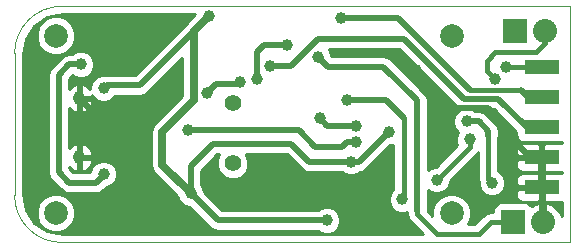
<source format=gbr>
G04 #@! TF.FileFunction,Copper,L2,Bot,Signal*
%FSLAX46Y46*%
G04 Gerber Fmt 4.6, Leading zero omitted, Abs format (unit mm)*
G04 Created by KiCad (PCBNEW (2015-01-16 BZR 5376)-product) date 9/24/2015 9:19:19 AM*
%MOMM*%
G01*
G04 APERTURE LIST*
%ADD10C,0.100000*%
%ADD11R,2.032000X2.032000*%
%ADD12O,2.032000X2.032000*%
%ADD13O,0.950000X1.250000*%
%ADD14C,2.000000*%
%ADD15R,3.000000X1.200000*%
%ADD16C,1.422400*%
%ADD17C,1.000000*%
%ADD18C,0.508000*%
%ADD19C,0.635000*%
%ADD20C,0.381000*%
%ADD21C,0.457200*%
%ADD22C,0.254000*%
G04 APERTURE END LIST*
D10*
X110000000Y-86000000D02*
X153000000Y-86000000D01*
X106000000Y-90000000D02*
X106000000Y-102000000D01*
X110000000Y-106000000D02*
X153000000Y-106000000D01*
X106000000Y-102000000D02*
G75*
G03X110000000Y-106000000I4000000J0D01*
G01*
X110000000Y-86000000D02*
G75*
G03X106000000Y-90000000I0J-4000000D01*
G01*
X153000000Y-106000000D02*
X153000000Y-86000000D01*
D11*
X148336000Y-88138000D03*
D12*
X150876000Y-88138000D03*
D11*
X148209000Y-104267000D03*
D12*
X150749000Y-104267000D03*
D13*
X111500000Y-93800000D03*
X111500000Y-98800000D03*
D14*
X143000000Y-88500000D03*
X143000000Y-103500000D03*
X109500000Y-103500000D03*
X109500000Y-88500000D03*
D15*
X150622000Y-91186000D03*
X150622000Y-93726000D03*
X150622000Y-96266000D03*
X150622000Y-98806000D03*
X150622000Y-101346000D03*
D16*
X124460000Y-94234000D03*
X124460000Y-99314000D03*
D17*
X119761000Y-93091000D03*
X128524000Y-99060000D03*
X125984000Y-102235000D03*
X139954000Y-91440000D03*
X113538000Y-92964000D03*
X122428000Y-86868000D03*
X120904000Y-101854000D03*
X134493000Y-99187000D03*
X132461000Y-104140000D03*
X137668000Y-96647000D03*
X147574000Y-91186000D03*
X111633000Y-90932000D03*
X113538000Y-100203000D03*
X134112000Y-93980000D03*
X138811000Y-102362000D03*
X120650000Y-96520000D03*
X134874000Y-97536000D03*
X122301000Y-93345000D03*
X125095000Y-92456000D03*
X131826000Y-95504000D03*
X134874000Y-96139000D03*
X141732000Y-100711000D03*
X144526000Y-97282000D03*
X146685000Y-92202000D03*
X146431000Y-100965000D03*
X144272000Y-95758000D03*
X131699000Y-90297000D03*
X127635000Y-91059000D03*
X129032000Y-89281000D03*
X126492000Y-92202000D03*
X133604000Y-86995000D03*
D18*
X119761000Y-93091000D02*
X118237000Y-94615000D01*
X118237000Y-94615000D02*
X112315000Y-94615000D01*
X112315000Y-94615000D02*
X111500000Y-93800000D01*
D19*
X150622000Y-98806000D02*
X150622000Y-101346000D01*
D18*
X128524000Y-99060000D02*
X125984000Y-101600000D01*
X125984000Y-101600000D02*
X125984000Y-102235000D01*
X150622000Y-98806000D02*
X149606000Y-98806000D01*
X141859000Y-93345000D02*
X139954000Y-91440000D01*
X147574000Y-96774000D02*
X147574000Y-96139000D01*
X147574000Y-96139000D02*
X146050000Y-94615000D01*
X146050000Y-94615000D02*
X143129000Y-94615000D01*
X143129000Y-94615000D02*
X141859000Y-93345000D01*
X149606000Y-98806000D02*
X147574000Y-96774000D01*
X150622000Y-104140000D02*
X150749000Y-104267000D01*
X150622000Y-101346000D02*
X150622000Y-104140000D01*
X150749000Y-101473000D02*
X150622000Y-101346000D01*
X150749000Y-104267000D02*
X150749000Y-101473000D01*
X113792000Y-92710000D02*
X113538000Y-92964000D01*
X116586000Y-92710000D02*
X114681000Y-92710000D01*
X122428000Y-86868000D02*
X116586000Y-92710000D01*
X114681000Y-92710000D02*
X113792000Y-92710000D01*
D19*
X121158000Y-93980000D02*
X121158000Y-88138000D01*
X118491000Y-96647000D02*
X121158000Y-93980000D01*
X118491000Y-99441000D02*
X118491000Y-96647000D01*
X120904000Y-101854000D02*
X118491000Y-99441000D01*
X121158000Y-88138000D02*
X122428000Y-86868000D01*
D18*
X120904000Y-99568000D02*
X120904000Y-101854000D01*
X122809000Y-97663000D02*
X120904000Y-99568000D01*
X129286000Y-97663000D02*
X122809000Y-97663000D01*
X130937000Y-99187000D02*
X129413000Y-97663000D01*
X129413000Y-97663000D02*
X129286000Y-97663000D01*
X134493000Y-99187000D02*
X130937000Y-99187000D01*
X134493000Y-99187000D02*
X135128000Y-99187000D01*
X135128000Y-99187000D02*
X137668000Y-96647000D01*
X123190000Y-104140000D02*
X120904000Y-101854000D01*
X132461000Y-104140000D02*
X123190000Y-104140000D01*
D20*
X150622000Y-91186000D02*
X147574000Y-91186000D01*
D18*
X111633000Y-90932000D02*
X110617000Y-90932000D01*
X113538000Y-100203000D02*
X113538000Y-100330000D01*
X109728000Y-91821000D02*
X110617000Y-90932000D01*
X109728000Y-100076000D02*
X109728000Y-91821000D01*
X110617000Y-100965000D02*
X109728000Y-100076000D01*
X112903000Y-100965000D02*
X110617000Y-100965000D01*
X113538000Y-100330000D02*
X112903000Y-100965000D01*
D21*
X138938000Y-95504000D02*
X138938000Y-102235000D01*
D18*
X134112000Y-93980000D02*
X137414000Y-93980000D01*
X137414000Y-93980000D02*
X138938000Y-95504000D01*
D21*
X138938000Y-102235000D02*
X138811000Y-102362000D01*
D18*
X130048000Y-96520000D02*
X120650000Y-96520000D01*
X134112000Y-97536000D02*
X133731000Y-97917000D01*
X133731000Y-97917000D02*
X131445000Y-97917000D01*
X131445000Y-97917000D02*
X130048000Y-96520000D01*
X134874000Y-97536000D02*
X134112000Y-97536000D01*
D21*
X122301000Y-93345000D02*
X123063000Y-92583000D01*
D18*
X123063000Y-92583000D02*
X122301000Y-93345000D01*
X124968000Y-92583000D02*
X123063000Y-92583000D01*
X125095000Y-92456000D02*
X124968000Y-92583000D01*
X132461000Y-96139000D02*
X131826000Y-95504000D01*
X134874000Y-96139000D02*
X132461000Y-96139000D01*
D21*
X144526000Y-97917000D02*
X144526000Y-97282000D01*
X141732000Y-100711000D02*
X144526000Y-97917000D01*
D20*
X150114000Y-89916000D02*
X146685000Y-89916000D01*
X145986500Y-90614500D02*
X146685000Y-89916000D01*
X150876000Y-89154000D02*
X150114000Y-89916000D01*
X150876000Y-88138000D02*
X150876000Y-89154000D01*
X145986500Y-91186000D02*
X145986500Y-90614500D01*
X145986500Y-91376500D02*
X145986500Y-91186000D01*
X146685000Y-92202000D02*
X145986500Y-91503500D01*
X145986500Y-91503500D02*
X145986500Y-91249500D01*
D21*
X146113500Y-100647500D02*
X146113500Y-97091500D01*
X146431000Y-100965000D02*
X146113500Y-100647500D01*
D18*
X146113500Y-96583500D02*
X145288000Y-95758000D01*
X145288000Y-95758000D02*
X144272000Y-95758000D01*
X146113500Y-97028000D02*
X146113500Y-96583500D01*
D20*
X140081000Y-103251000D02*
X140081000Y-103632000D01*
X146304000Y-104267000D02*
X148209000Y-104267000D01*
X145288000Y-105283000D02*
X146304000Y-104267000D01*
X141732000Y-105283000D02*
X145288000Y-105283000D01*
X140081000Y-103632000D02*
X141732000Y-105283000D01*
D18*
X131699000Y-90297000D02*
X132518686Y-91116686D01*
X132518686Y-91116686D02*
X137217686Y-91116686D01*
X137217686Y-91116686D02*
X140081000Y-93980000D01*
X147701000Y-103759000D02*
X148209000Y-104267000D01*
X140081000Y-93980000D02*
X140081000Y-103251000D01*
X140081000Y-103251000D02*
X140081000Y-103378000D01*
X146939000Y-93853000D02*
X144018000Y-93853000D01*
X144018000Y-93853000D02*
X142875000Y-92710000D01*
X149352000Y-96266000D02*
X150622000Y-96266000D01*
X146939000Y-93853000D02*
X149352000Y-96266000D01*
X138938000Y-88773000D02*
X142875000Y-92710000D01*
X131699000Y-88773000D02*
X138938000Y-88773000D01*
X129413000Y-91059000D02*
X131699000Y-88773000D01*
X127635000Y-91059000D02*
X129413000Y-91059000D01*
X126492000Y-89916000D02*
X127127000Y-89281000D01*
X127127000Y-89281000D02*
X129032000Y-89281000D01*
X126492000Y-92202000D02*
X126492000Y-89916000D01*
X150622000Y-93726000D02*
X149479000Y-93726000D01*
X148844000Y-93091000D02*
X149479000Y-93726000D01*
X144526000Y-93091000D02*
X138430000Y-86995000D01*
X138430000Y-86995000D02*
X133604000Y-86995000D01*
D20*
X144526000Y-93091000D02*
X148844000Y-93091000D01*
D22*
G36*
X140596566Y-105315000D02*
X114673197Y-105315000D01*
X114673197Y-99978225D01*
X114500767Y-99560914D01*
X114181765Y-99241355D01*
X113764756Y-99068197D01*
X113313225Y-99067803D01*
X112895914Y-99240233D01*
X112601229Y-99534404D01*
X112601229Y-99101131D01*
X112601229Y-98498869D01*
X112601229Y-94101131D01*
X112452563Y-93927000D01*
X111627000Y-93927000D01*
X111627000Y-94892734D01*
X111797938Y-95019268D01*
X112171821Y-94835552D01*
X112459568Y-94511049D01*
X112601229Y-94101131D01*
X112601229Y-98498869D01*
X112459568Y-98088951D01*
X112171821Y-97764448D01*
X111797938Y-97580732D01*
X111627000Y-97707266D01*
X111627000Y-98673000D01*
X112452563Y-98673000D01*
X112601229Y-98498869D01*
X112601229Y-99101131D01*
X112452563Y-98927000D01*
X111627000Y-98927000D01*
X111627000Y-99892734D01*
X111797938Y-100019268D01*
X112171821Y-99835552D01*
X112459568Y-99511049D01*
X112601229Y-99101131D01*
X112601229Y-99534404D01*
X112576355Y-99559235D01*
X112403197Y-99976244D01*
X112403109Y-100076000D01*
X110985236Y-100076000D01*
X110617000Y-99707764D01*
X110617000Y-99597397D01*
X110828179Y-99835552D01*
X111202062Y-100019268D01*
X111373000Y-99892734D01*
X111373000Y-98927000D01*
X111353000Y-98927000D01*
X111353000Y-98673000D01*
X111373000Y-98673000D01*
X111373000Y-97707266D01*
X111202062Y-97580732D01*
X110828179Y-97764448D01*
X110617000Y-98002602D01*
X110617000Y-94597397D01*
X110828179Y-94835552D01*
X111202062Y-95019268D01*
X111373000Y-94892734D01*
X111373000Y-93927000D01*
X111353000Y-93927000D01*
X111353000Y-93673000D01*
X111373000Y-93673000D01*
X111373000Y-92707266D01*
X111202062Y-92580732D01*
X110828179Y-92764448D01*
X110617000Y-93002602D01*
X110617000Y-92189236D01*
X110950946Y-91855289D01*
X110989235Y-91893645D01*
X111406244Y-92066803D01*
X111857775Y-92067197D01*
X112275086Y-91894767D01*
X112594645Y-91575765D01*
X112767803Y-91158756D01*
X112768197Y-90707225D01*
X112595767Y-90289914D01*
X112276765Y-89970355D01*
X111859756Y-89797197D01*
X111408225Y-89796803D01*
X111135284Y-89909580D01*
X111135284Y-88176205D01*
X110886894Y-87575057D01*
X110427363Y-87114722D01*
X109826648Y-86865284D01*
X109176205Y-86864716D01*
X108575057Y-87113106D01*
X108114722Y-87572637D01*
X107865284Y-88173352D01*
X107864716Y-88823795D01*
X108113106Y-89424943D01*
X108572637Y-89885278D01*
X109173352Y-90134716D01*
X109823795Y-90135284D01*
X110424943Y-89886894D01*
X110885278Y-89427363D01*
X111134716Y-88826648D01*
X111135284Y-88176205D01*
X111135284Y-89909580D01*
X110990914Y-89969233D01*
X110917018Y-90043000D01*
X110617000Y-90043000D01*
X110276794Y-90110671D01*
X109988382Y-90303382D01*
X109099382Y-91192382D01*
X108906671Y-91480794D01*
X108839000Y-91821000D01*
X108839000Y-100076000D01*
X108906671Y-100416206D01*
X109099382Y-100704618D01*
X109988382Y-101593618D01*
X110276794Y-101786329D01*
X110276795Y-101786329D01*
X110617000Y-101854000D01*
X112903000Y-101854000D01*
X113243205Y-101786329D01*
X113243206Y-101786329D01*
X113531618Y-101593618D01*
X113804124Y-101321111D01*
X114180086Y-101165767D01*
X114499645Y-100846765D01*
X114672803Y-100429756D01*
X114673197Y-99978225D01*
X114673197Y-105315000D01*
X111135284Y-105315000D01*
X111135284Y-103176205D01*
X110886894Y-102575057D01*
X110427363Y-102114722D01*
X109826648Y-101865284D01*
X109176205Y-101864716D01*
X108575057Y-102113106D01*
X108114722Y-102572637D01*
X107865284Y-103173352D01*
X107864716Y-103823795D01*
X108113106Y-104424943D01*
X108572637Y-104885278D01*
X109173352Y-105134716D01*
X109823795Y-105135284D01*
X110424943Y-104886894D01*
X110885278Y-104427363D01*
X111134716Y-103826648D01*
X111135284Y-103176205D01*
X111135284Y-105315000D01*
X110067467Y-105315000D01*
X108736539Y-105050261D01*
X107665429Y-104334568D01*
X106949737Y-103263459D01*
X106685000Y-101932532D01*
X106685000Y-90067467D01*
X106949737Y-88736540D01*
X107665429Y-87665431D01*
X108736539Y-86949738D01*
X110067467Y-86685000D01*
X121263962Y-86685000D01*
X120484481Y-87464481D01*
X120303649Y-87735114D01*
X116217764Y-91821000D01*
X114681000Y-91821000D01*
X113792000Y-91821000D01*
X113750851Y-91829184D01*
X113313225Y-91828803D01*
X112895914Y-92001233D01*
X112576355Y-92320235D01*
X112403197Y-92737244D01*
X112402945Y-93025096D01*
X112171821Y-92764448D01*
X111797938Y-92580732D01*
X111627000Y-92707266D01*
X111627000Y-93673000D01*
X112452563Y-93673000D01*
X112553857Y-93554354D01*
X112575233Y-93606086D01*
X112894235Y-93925645D01*
X113311244Y-94098803D01*
X113762775Y-94099197D01*
X114180086Y-93926767D01*
X114499645Y-93607765D01*
X114503284Y-93599000D01*
X114681000Y-93599000D01*
X116586000Y-93599000D01*
X116926205Y-93531329D01*
X116926206Y-93531329D01*
X117214618Y-93338618D01*
X120205500Y-90347736D01*
X120205500Y-93585461D01*
X117817481Y-95973481D01*
X117611005Y-96282494D01*
X117538500Y-96647000D01*
X117538500Y-99441000D01*
X117611005Y-99805506D01*
X117817481Y-100114519D01*
X119768814Y-102065852D01*
X119768803Y-102078775D01*
X119941233Y-102496086D01*
X120260235Y-102815645D01*
X120677244Y-102988803D01*
X120781658Y-102988894D01*
X122561382Y-104768618D01*
X122849794Y-104961329D01*
X122849795Y-104961329D01*
X123190000Y-105029000D01*
X131744716Y-105029000D01*
X131817235Y-105101645D01*
X132234244Y-105274803D01*
X132685775Y-105275197D01*
X133103086Y-105102767D01*
X133422645Y-104783765D01*
X133595803Y-104366756D01*
X133596197Y-103915225D01*
X133423767Y-103497914D01*
X133104765Y-103178355D01*
X132687756Y-103005197D01*
X132236225Y-103004803D01*
X131818914Y-103177233D01*
X131745018Y-103251000D01*
X123558236Y-103251000D01*
X122039107Y-101731871D01*
X122039197Y-101629225D01*
X121866767Y-101211914D01*
X121793000Y-101138018D01*
X121793000Y-99936236D01*
X123177236Y-98552000D01*
X123318765Y-98552000D01*
X123114034Y-99045049D01*
X123113566Y-99580601D01*
X123318081Y-100075565D01*
X123696443Y-100454588D01*
X124191049Y-100659966D01*
X124726601Y-100660434D01*
X125221565Y-100455919D01*
X125600588Y-100077557D01*
X125805966Y-99582951D01*
X125806434Y-99047399D01*
X125601919Y-98552435D01*
X125601484Y-98552000D01*
X129044764Y-98552000D01*
X130308382Y-99815618D01*
X130596794Y-100008329D01*
X130937000Y-100076000D01*
X133776716Y-100076000D01*
X133849235Y-100148645D01*
X134266244Y-100321803D01*
X134717775Y-100322197D01*
X135135086Y-100149767D01*
X135229133Y-100055883D01*
X135468205Y-100008329D01*
X135468206Y-100008329D01*
X135756618Y-99815618D01*
X137790128Y-97782107D01*
X137892775Y-97782197D01*
X138074400Y-97707150D01*
X138074400Y-101493582D01*
X137849355Y-101718235D01*
X137676197Y-102135244D01*
X137675803Y-102586775D01*
X137848233Y-103004086D01*
X138167235Y-103323645D01*
X138584244Y-103496803D01*
X139035775Y-103497197D01*
X139202044Y-103428495D01*
X139259671Y-103718206D01*
X139278147Y-103745858D01*
X139318337Y-103947906D01*
X139497283Y-104215717D01*
X140596566Y-105315000D01*
X140596566Y-105315000D01*
G37*
X140596566Y-105315000D02*
X114673197Y-105315000D01*
X114673197Y-99978225D01*
X114500767Y-99560914D01*
X114181765Y-99241355D01*
X113764756Y-99068197D01*
X113313225Y-99067803D01*
X112895914Y-99240233D01*
X112601229Y-99534404D01*
X112601229Y-99101131D01*
X112601229Y-98498869D01*
X112601229Y-94101131D01*
X112452563Y-93927000D01*
X111627000Y-93927000D01*
X111627000Y-94892734D01*
X111797938Y-95019268D01*
X112171821Y-94835552D01*
X112459568Y-94511049D01*
X112601229Y-94101131D01*
X112601229Y-98498869D01*
X112459568Y-98088951D01*
X112171821Y-97764448D01*
X111797938Y-97580732D01*
X111627000Y-97707266D01*
X111627000Y-98673000D01*
X112452563Y-98673000D01*
X112601229Y-98498869D01*
X112601229Y-99101131D01*
X112452563Y-98927000D01*
X111627000Y-98927000D01*
X111627000Y-99892734D01*
X111797938Y-100019268D01*
X112171821Y-99835552D01*
X112459568Y-99511049D01*
X112601229Y-99101131D01*
X112601229Y-99534404D01*
X112576355Y-99559235D01*
X112403197Y-99976244D01*
X112403109Y-100076000D01*
X110985236Y-100076000D01*
X110617000Y-99707764D01*
X110617000Y-99597397D01*
X110828179Y-99835552D01*
X111202062Y-100019268D01*
X111373000Y-99892734D01*
X111373000Y-98927000D01*
X111353000Y-98927000D01*
X111353000Y-98673000D01*
X111373000Y-98673000D01*
X111373000Y-97707266D01*
X111202062Y-97580732D01*
X110828179Y-97764448D01*
X110617000Y-98002602D01*
X110617000Y-94597397D01*
X110828179Y-94835552D01*
X111202062Y-95019268D01*
X111373000Y-94892734D01*
X111373000Y-93927000D01*
X111353000Y-93927000D01*
X111353000Y-93673000D01*
X111373000Y-93673000D01*
X111373000Y-92707266D01*
X111202062Y-92580732D01*
X110828179Y-92764448D01*
X110617000Y-93002602D01*
X110617000Y-92189236D01*
X110950946Y-91855289D01*
X110989235Y-91893645D01*
X111406244Y-92066803D01*
X111857775Y-92067197D01*
X112275086Y-91894767D01*
X112594645Y-91575765D01*
X112767803Y-91158756D01*
X112768197Y-90707225D01*
X112595767Y-90289914D01*
X112276765Y-89970355D01*
X111859756Y-89797197D01*
X111408225Y-89796803D01*
X111135284Y-89909580D01*
X111135284Y-88176205D01*
X110886894Y-87575057D01*
X110427363Y-87114722D01*
X109826648Y-86865284D01*
X109176205Y-86864716D01*
X108575057Y-87113106D01*
X108114722Y-87572637D01*
X107865284Y-88173352D01*
X107864716Y-88823795D01*
X108113106Y-89424943D01*
X108572637Y-89885278D01*
X109173352Y-90134716D01*
X109823795Y-90135284D01*
X110424943Y-89886894D01*
X110885278Y-89427363D01*
X111134716Y-88826648D01*
X111135284Y-88176205D01*
X111135284Y-89909580D01*
X110990914Y-89969233D01*
X110917018Y-90043000D01*
X110617000Y-90043000D01*
X110276794Y-90110671D01*
X109988382Y-90303382D01*
X109099382Y-91192382D01*
X108906671Y-91480794D01*
X108839000Y-91821000D01*
X108839000Y-100076000D01*
X108906671Y-100416206D01*
X109099382Y-100704618D01*
X109988382Y-101593618D01*
X110276794Y-101786329D01*
X110276795Y-101786329D01*
X110617000Y-101854000D01*
X112903000Y-101854000D01*
X113243205Y-101786329D01*
X113243206Y-101786329D01*
X113531618Y-101593618D01*
X113804124Y-101321111D01*
X114180086Y-101165767D01*
X114499645Y-100846765D01*
X114672803Y-100429756D01*
X114673197Y-99978225D01*
X114673197Y-105315000D01*
X111135284Y-105315000D01*
X111135284Y-103176205D01*
X110886894Y-102575057D01*
X110427363Y-102114722D01*
X109826648Y-101865284D01*
X109176205Y-101864716D01*
X108575057Y-102113106D01*
X108114722Y-102572637D01*
X107865284Y-103173352D01*
X107864716Y-103823795D01*
X108113106Y-104424943D01*
X108572637Y-104885278D01*
X109173352Y-105134716D01*
X109823795Y-105135284D01*
X110424943Y-104886894D01*
X110885278Y-104427363D01*
X111134716Y-103826648D01*
X111135284Y-103176205D01*
X111135284Y-105315000D01*
X110067467Y-105315000D01*
X108736539Y-105050261D01*
X107665429Y-104334568D01*
X106949737Y-103263459D01*
X106685000Y-101932532D01*
X106685000Y-90067467D01*
X106949737Y-88736540D01*
X107665429Y-87665431D01*
X108736539Y-86949738D01*
X110067467Y-86685000D01*
X121263962Y-86685000D01*
X120484481Y-87464481D01*
X120303649Y-87735114D01*
X116217764Y-91821000D01*
X114681000Y-91821000D01*
X113792000Y-91821000D01*
X113750851Y-91829184D01*
X113313225Y-91828803D01*
X112895914Y-92001233D01*
X112576355Y-92320235D01*
X112403197Y-92737244D01*
X112402945Y-93025096D01*
X112171821Y-92764448D01*
X111797938Y-92580732D01*
X111627000Y-92707266D01*
X111627000Y-93673000D01*
X112452563Y-93673000D01*
X112553857Y-93554354D01*
X112575233Y-93606086D01*
X112894235Y-93925645D01*
X113311244Y-94098803D01*
X113762775Y-94099197D01*
X114180086Y-93926767D01*
X114499645Y-93607765D01*
X114503284Y-93599000D01*
X114681000Y-93599000D01*
X116586000Y-93599000D01*
X116926205Y-93531329D01*
X116926206Y-93531329D01*
X117214618Y-93338618D01*
X120205500Y-90347736D01*
X120205500Y-93585461D01*
X117817481Y-95973481D01*
X117611005Y-96282494D01*
X117538500Y-96647000D01*
X117538500Y-99441000D01*
X117611005Y-99805506D01*
X117817481Y-100114519D01*
X119768814Y-102065852D01*
X119768803Y-102078775D01*
X119941233Y-102496086D01*
X120260235Y-102815645D01*
X120677244Y-102988803D01*
X120781658Y-102988894D01*
X122561382Y-104768618D01*
X122849794Y-104961329D01*
X122849795Y-104961329D01*
X123190000Y-105029000D01*
X131744716Y-105029000D01*
X131817235Y-105101645D01*
X132234244Y-105274803D01*
X132685775Y-105275197D01*
X133103086Y-105102767D01*
X133422645Y-104783765D01*
X133595803Y-104366756D01*
X133596197Y-103915225D01*
X133423767Y-103497914D01*
X133104765Y-103178355D01*
X132687756Y-103005197D01*
X132236225Y-103004803D01*
X131818914Y-103177233D01*
X131745018Y-103251000D01*
X123558236Y-103251000D01*
X122039107Y-101731871D01*
X122039197Y-101629225D01*
X121866767Y-101211914D01*
X121793000Y-101138018D01*
X121793000Y-99936236D01*
X123177236Y-98552000D01*
X123318765Y-98552000D01*
X123114034Y-99045049D01*
X123113566Y-99580601D01*
X123318081Y-100075565D01*
X123696443Y-100454588D01*
X124191049Y-100659966D01*
X124726601Y-100660434D01*
X125221565Y-100455919D01*
X125600588Y-100077557D01*
X125805966Y-99582951D01*
X125806434Y-99047399D01*
X125601919Y-98552435D01*
X125601484Y-98552000D01*
X129044764Y-98552000D01*
X130308382Y-99815618D01*
X130596794Y-100008329D01*
X130937000Y-100076000D01*
X133776716Y-100076000D01*
X133849235Y-100148645D01*
X134266244Y-100321803D01*
X134717775Y-100322197D01*
X135135086Y-100149767D01*
X135229133Y-100055883D01*
X135468205Y-100008329D01*
X135468206Y-100008329D01*
X135756618Y-99815618D01*
X137790128Y-97782107D01*
X137892775Y-97782197D01*
X138074400Y-97707150D01*
X138074400Y-101493582D01*
X137849355Y-101718235D01*
X137676197Y-102135244D01*
X137675803Y-102586775D01*
X137848233Y-103004086D01*
X138167235Y-103323645D01*
X138584244Y-103496803D01*
X139035775Y-103497197D01*
X139202044Y-103428495D01*
X139259671Y-103718206D01*
X139278147Y-103745858D01*
X139318337Y-103947906D01*
X139497283Y-104215717D01*
X140596566Y-105315000D01*
G36*
X143842994Y-94707189D02*
X143629914Y-94795233D01*
X143310355Y-95114235D01*
X143137197Y-95531244D01*
X143136803Y-95982775D01*
X143309233Y-96400086D01*
X143559246Y-96650536D01*
X143391197Y-97055244D01*
X143390803Y-97506775D01*
X143485566Y-97736118D01*
X141645761Y-99575923D01*
X141507225Y-99575803D01*
X141089914Y-99748233D01*
X140970000Y-99867937D01*
X140970000Y-93980000D01*
X140902329Y-93639794D01*
X140709618Y-93351382D01*
X137846304Y-90488068D01*
X137557892Y-90295357D01*
X137217686Y-90227686D01*
X132886922Y-90227686D01*
X132834107Y-90174871D01*
X132834197Y-90072225D01*
X132664694Y-89662000D01*
X138569764Y-89662000D01*
X142246382Y-93338618D01*
X143389382Y-94481618D01*
X143677794Y-94674329D01*
X143677795Y-94674329D01*
X143842994Y-94707189D01*
X143842994Y-94707189D01*
G37*
X143842994Y-94707189D02*
X143629914Y-94795233D01*
X143310355Y-95114235D01*
X143137197Y-95531244D01*
X143136803Y-95982775D01*
X143309233Y-96400086D01*
X143559246Y-96650536D01*
X143391197Y-97055244D01*
X143390803Y-97506775D01*
X143485566Y-97736118D01*
X141645761Y-99575923D01*
X141507225Y-99575803D01*
X141089914Y-99748233D01*
X140970000Y-99867937D01*
X140970000Y-93980000D01*
X140902329Y-93639794D01*
X140709618Y-93351382D01*
X137846304Y-90488068D01*
X137557892Y-90295357D01*
X137217686Y-90227686D01*
X132886922Y-90227686D01*
X132834107Y-90174871D01*
X132834197Y-90072225D01*
X132664694Y-89662000D01*
X138569764Y-89662000D01*
X142246382Y-93338618D01*
X143389382Y-94481618D01*
X143677794Y-94674329D01*
X143677795Y-94674329D01*
X143842994Y-94707189D01*
G36*
X152315000Y-103796971D02*
X152086188Y-103298621D01*
X151613818Y-102860615D01*
X151131944Y-102661025D01*
X150876000Y-102780164D01*
X150876000Y-104140000D01*
X150896000Y-104140000D01*
X150896000Y-104394000D01*
X150876000Y-104394000D01*
X150876000Y-104414000D01*
X150622000Y-104414000D01*
X150622000Y-104394000D01*
X150602000Y-104394000D01*
X150602000Y-104140000D01*
X150622000Y-104140000D01*
X150622000Y-102780164D01*
X150495000Y-102721046D01*
X150495000Y-102422250D01*
X150495000Y-101473000D01*
X150495000Y-101219000D01*
X150495000Y-100269750D01*
X150495000Y-99882250D01*
X150495000Y-98933000D01*
X150495000Y-98679000D01*
X150495000Y-97729750D01*
X150336250Y-97571000D01*
X148995691Y-97571000D01*
X148762302Y-97667673D01*
X148583673Y-97846301D01*
X148487000Y-98079690D01*
X148487000Y-98332309D01*
X148487000Y-98520250D01*
X148645750Y-98679000D01*
X150495000Y-98679000D01*
X150495000Y-98933000D01*
X148645750Y-98933000D01*
X148487000Y-99091750D01*
X148487000Y-99279691D01*
X148487000Y-99532310D01*
X148583673Y-99765699D01*
X148762302Y-99944327D01*
X148995691Y-100041000D01*
X150336250Y-100041000D01*
X150495000Y-99882250D01*
X150495000Y-100269750D01*
X150336250Y-100111000D01*
X148995691Y-100111000D01*
X148762302Y-100207673D01*
X148583673Y-100386301D01*
X148487000Y-100619690D01*
X148487000Y-100872309D01*
X148487000Y-101060250D01*
X148645750Y-101219000D01*
X150495000Y-101219000D01*
X150495000Y-101473000D01*
X148645750Y-101473000D01*
X148487000Y-101631750D01*
X148487000Y-101819691D01*
X148487000Y-102072310D01*
X148583673Y-102305699D01*
X148762302Y-102484327D01*
X148995691Y-102581000D01*
X150336250Y-102581000D01*
X150495000Y-102422250D01*
X150495000Y-102721046D01*
X150366056Y-102661025D01*
X149884182Y-102860615D01*
X149787164Y-102950574D01*
X149685673Y-102796073D01*
X149474640Y-102653623D01*
X149225000Y-102603560D01*
X147193000Y-102603560D01*
X146950877Y-102650537D01*
X146738073Y-102790327D01*
X146595623Y-103001360D01*
X146545560Y-103251000D01*
X146545560Y-103441500D01*
X146304005Y-103441500D01*
X146304000Y-103441499D01*
X145988094Y-103504337D01*
X145720283Y-103683283D01*
X144946066Y-104457500D01*
X144355088Y-104457500D01*
X144385278Y-104427363D01*
X144634716Y-103826648D01*
X144635284Y-103176205D01*
X144386894Y-102575057D01*
X143927363Y-102114722D01*
X143326648Y-101865284D01*
X142676205Y-101864716D01*
X142075057Y-102113106D01*
X141614722Y-102572637D01*
X141365284Y-103173352D01*
X141364781Y-103748348D01*
X140970000Y-103353566D01*
X140970000Y-103251000D01*
X140970000Y-101554203D01*
X141088235Y-101672645D01*
X141505244Y-101845803D01*
X141956775Y-101846197D01*
X142374086Y-101673767D01*
X142693645Y-101354765D01*
X142866803Y-100937756D01*
X142866925Y-100797388D01*
X145136657Y-98527657D01*
X145136658Y-98527657D01*
X145249900Y-98358177D01*
X145249900Y-100647500D01*
X145296073Y-100879627D01*
X145296073Y-100879628D01*
X145295803Y-101189775D01*
X145468233Y-101607086D01*
X145787235Y-101926645D01*
X146204244Y-102099803D01*
X146655775Y-102100197D01*
X147073086Y-101927767D01*
X147392645Y-101608765D01*
X147565803Y-101191756D01*
X147566197Y-100740225D01*
X147393767Y-100322914D01*
X147074765Y-100003355D01*
X146977100Y-99962800D01*
X146977100Y-97155694D01*
X147002500Y-97028000D01*
X147002500Y-96583500D01*
X146934829Y-96243294D01*
X146742118Y-95954882D01*
X145916618Y-95129382D01*
X145628206Y-94936671D01*
X145288000Y-94869000D01*
X144988283Y-94869000D01*
X144915765Y-94796355D01*
X144784864Y-94742000D01*
X146570764Y-94742000D01*
X148474560Y-96645796D01*
X148474560Y-96866000D01*
X148521537Y-97108123D01*
X148661327Y-97320927D01*
X148872360Y-97463377D01*
X149122000Y-97513440D01*
X152122000Y-97513440D01*
X152315000Y-97475993D01*
X152315000Y-97598624D01*
X152248309Y-97571000D01*
X150907750Y-97571000D01*
X150749000Y-97729750D01*
X150749000Y-98679000D01*
X150769000Y-98679000D01*
X150769000Y-98933000D01*
X150749000Y-98933000D01*
X150749000Y-99882250D01*
X150907750Y-100041000D01*
X152248309Y-100041000D01*
X152315000Y-100013375D01*
X152315000Y-100138624D01*
X152248309Y-100111000D01*
X150907750Y-100111000D01*
X150749000Y-100269750D01*
X150749000Y-101219000D01*
X150769000Y-101219000D01*
X150769000Y-101473000D01*
X150749000Y-101473000D01*
X150749000Y-102422250D01*
X150907750Y-102581000D01*
X152248309Y-102581000D01*
X152315000Y-102553375D01*
X152315000Y-103796971D01*
X152315000Y-103796971D01*
G37*
X152315000Y-103796971D02*
X152086188Y-103298621D01*
X151613818Y-102860615D01*
X151131944Y-102661025D01*
X150876000Y-102780164D01*
X150876000Y-104140000D01*
X150896000Y-104140000D01*
X150896000Y-104394000D01*
X150876000Y-104394000D01*
X150876000Y-104414000D01*
X150622000Y-104414000D01*
X150622000Y-104394000D01*
X150602000Y-104394000D01*
X150602000Y-104140000D01*
X150622000Y-104140000D01*
X150622000Y-102780164D01*
X150495000Y-102721046D01*
X150495000Y-102422250D01*
X150495000Y-101473000D01*
X150495000Y-101219000D01*
X150495000Y-100269750D01*
X150495000Y-99882250D01*
X150495000Y-98933000D01*
X150495000Y-98679000D01*
X150495000Y-97729750D01*
X150336250Y-97571000D01*
X148995691Y-97571000D01*
X148762302Y-97667673D01*
X148583673Y-97846301D01*
X148487000Y-98079690D01*
X148487000Y-98332309D01*
X148487000Y-98520250D01*
X148645750Y-98679000D01*
X150495000Y-98679000D01*
X150495000Y-98933000D01*
X148645750Y-98933000D01*
X148487000Y-99091750D01*
X148487000Y-99279691D01*
X148487000Y-99532310D01*
X148583673Y-99765699D01*
X148762302Y-99944327D01*
X148995691Y-100041000D01*
X150336250Y-100041000D01*
X150495000Y-99882250D01*
X150495000Y-100269750D01*
X150336250Y-100111000D01*
X148995691Y-100111000D01*
X148762302Y-100207673D01*
X148583673Y-100386301D01*
X148487000Y-100619690D01*
X148487000Y-100872309D01*
X148487000Y-101060250D01*
X148645750Y-101219000D01*
X150495000Y-101219000D01*
X150495000Y-101473000D01*
X148645750Y-101473000D01*
X148487000Y-101631750D01*
X148487000Y-101819691D01*
X148487000Y-102072310D01*
X148583673Y-102305699D01*
X148762302Y-102484327D01*
X148995691Y-102581000D01*
X150336250Y-102581000D01*
X150495000Y-102422250D01*
X150495000Y-102721046D01*
X150366056Y-102661025D01*
X149884182Y-102860615D01*
X149787164Y-102950574D01*
X149685673Y-102796073D01*
X149474640Y-102653623D01*
X149225000Y-102603560D01*
X147193000Y-102603560D01*
X146950877Y-102650537D01*
X146738073Y-102790327D01*
X146595623Y-103001360D01*
X146545560Y-103251000D01*
X146545560Y-103441500D01*
X146304005Y-103441500D01*
X146304000Y-103441499D01*
X145988094Y-103504337D01*
X145720283Y-103683283D01*
X144946066Y-104457500D01*
X144355088Y-104457500D01*
X144385278Y-104427363D01*
X144634716Y-103826648D01*
X144635284Y-103176205D01*
X144386894Y-102575057D01*
X143927363Y-102114722D01*
X143326648Y-101865284D01*
X142676205Y-101864716D01*
X142075057Y-102113106D01*
X141614722Y-102572637D01*
X141365284Y-103173352D01*
X141364781Y-103748348D01*
X140970000Y-103353566D01*
X140970000Y-103251000D01*
X140970000Y-101554203D01*
X141088235Y-101672645D01*
X141505244Y-101845803D01*
X141956775Y-101846197D01*
X142374086Y-101673767D01*
X142693645Y-101354765D01*
X142866803Y-100937756D01*
X142866925Y-100797388D01*
X145136657Y-98527657D01*
X145136658Y-98527657D01*
X145249900Y-98358177D01*
X145249900Y-100647500D01*
X145296073Y-100879627D01*
X145296073Y-100879628D01*
X145295803Y-101189775D01*
X145468233Y-101607086D01*
X145787235Y-101926645D01*
X146204244Y-102099803D01*
X146655775Y-102100197D01*
X147073086Y-101927767D01*
X147392645Y-101608765D01*
X147565803Y-101191756D01*
X147566197Y-100740225D01*
X147393767Y-100322914D01*
X147074765Y-100003355D01*
X146977100Y-99962800D01*
X146977100Y-97155694D01*
X147002500Y-97028000D01*
X147002500Y-96583500D01*
X146934829Y-96243294D01*
X146742118Y-95954882D01*
X145916618Y-95129382D01*
X145628206Y-94936671D01*
X145288000Y-94869000D01*
X144988283Y-94869000D01*
X144915765Y-94796355D01*
X144784864Y-94742000D01*
X146570764Y-94742000D01*
X148474560Y-96645796D01*
X148474560Y-96866000D01*
X148521537Y-97108123D01*
X148661327Y-97320927D01*
X148872360Y-97463377D01*
X149122000Y-97513440D01*
X152122000Y-97513440D01*
X152315000Y-97475993D01*
X152315000Y-97598624D01*
X152248309Y-97571000D01*
X150907750Y-97571000D01*
X150749000Y-97729750D01*
X150749000Y-98679000D01*
X150769000Y-98679000D01*
X150769000Y-98933000D01*
X150749000Y-98933000D01*
X150749000Y-99882250D01*
X150907750Y-100041000D01*
X152248309Y-100041000D01*
X152315000Y-100013375D01*
X152315000Y-100138624D01*
X152248309Y-100111000D01*
X150907750Y-100111000D01*
X150749000Y-100269750D01*
X150749000Y-101219000D01*
X150769000Y-101219000D01*
X150769000Y-101473000D01*
X150749000Y-101473000D01*
X150749000Y-102422250D01*
X150907750Y-102581000D01*
X152248309Y-102581000D01*
X152315000Y-102553375D01*
X152315000Y-103796971D01*
M02*

</source>
